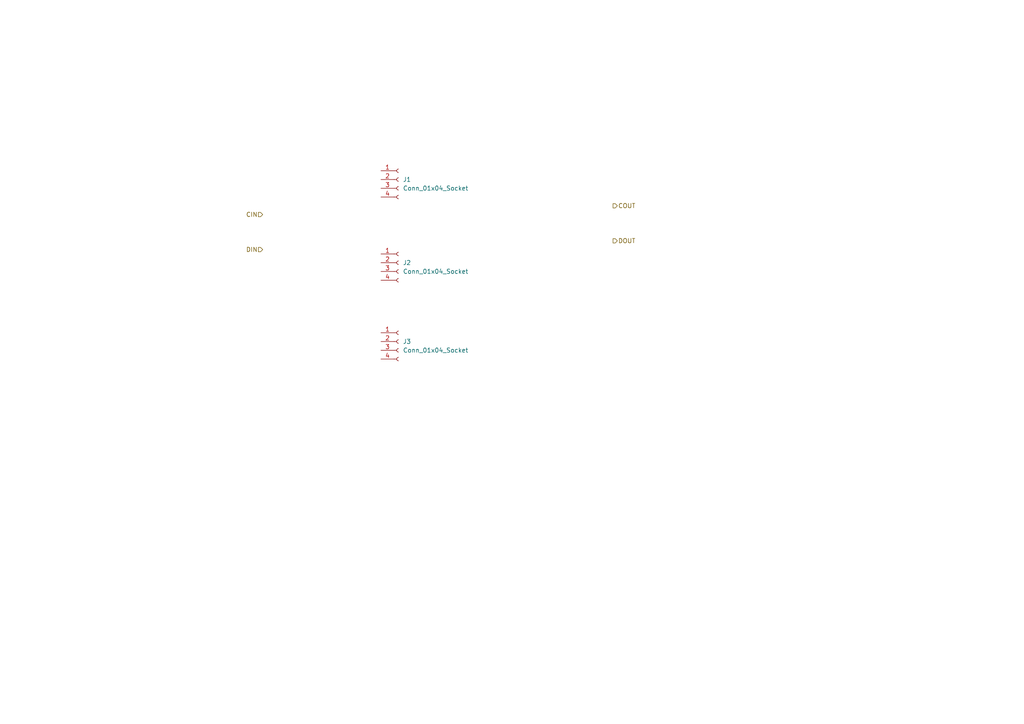
<source format=kicad_sch>
(kicad_sch
	(version 20250114)
	(generator "eeschema")
	(generator_version "9.0")
	(uuid "525d9088-4417-439c-9ffd-d315944abefb")
	(paper "A4")
	(lib_symbols
		(symbol "Connector:Conn_01x04_Socket"
			(pin_names
				(offset 1.016)
				(hide yes)
			)
			(exclude_from_sim no)
			(in_bom yes)
			(on_board yes)
			(property "Reference" "J"
				(at 0 5.08 0)
				(effects
					(font
						(size 1.27 1.27)
					)
				)
			)
			(property "Value" "Conn_01x04_Socket"
				(at 0 -7.62 0)
				(effects
					(font
						(size 1.27 1.27)
					)
				)
			)
			(property "Footprint" ""
				(at 0 0 0)
				(effects
					(font
						(size 1.27 1.27)
					)
					(hide yes)
				)
			)
			(property "Datasheet" "~"
				(at 0 0 0)
				(effects
					(font
						(size 1.27 1.27)
					)
					(hide yes)
				)
			)
			(property "Description" "Generic connector, single row, 01x04, script generated"
				(at 0 0 0)
				(effects
					(font
						(size 1.27 1.27)
					)
					(hide yes)
				)
			)
			(property "ki_locked" ""
				(at 0 0 0)
				(effects
					(font
						(size 1.27 1.27)
					)
				)
			)
			(property "ki_keywords" "connector"
				(at 0 0 0)
				(effects
					(font
						(size 1.27 1.27)
					)
					(hide yes)
				)
			)
			(property "ki_fp_filters" "Connector*:*_1x??_*"
				(at 0 0 0)
				(effects
					(font
						(size 1.27 1.27)
					)
					(hide yes)
				)
			)
			(symbol "Conn_01x04_Socket_1_1"
				(polyline
					(pts
						(xy -1.27 2.54) (xy -0.508 2.54)
					)
					(stroke
						(width 0.1524)
						(type default)
					)
					(fill
						(type none)
					)
				)
				(polyline
					(pts
						(xy -1.27 0) (xy -0.508 0)
					)
					(stroke
						(width 0.1524)
						(type default)
					)
					(fill
						(type none)
					)
				)
				(polyline
					(pts
						(xy -1.27 -2.54) (xy -0.508 -2.54)
					)
					(stroke
						(width 0.1524)
						(type default)
					)
					(fill
						(type none)
					)
				)
				(polyline
					(pts
						(xy -1.27 -5.08) (xy -0.508 -5.08)
					)
					(stroke
						(width 0.1524)
						(type default)
					)
					(fill
						(type none)
					)
				)
				(arc
					(start 0 2.032)
					(mid -0.5058 2.54)
					(end 0 3.048)
					(stroke
						(width 0.1524)
						(type default)
					)
					(fill
						(type none)
					)
				)
				(arc
					(start 0 -0.508)
					(mid -0.5058 0)
					(end 0 0.508)
					(stroke
						(width 0.1524)
						(type default)
					)
					(fill
						(type none)
					)
				)
				(arc
					(start 0 -3.048)
					(mid -0.5058 -2.54)
					(end 0 -2.032)
					(stroke
						(width 0.1524)
						(type default)
					)
					(fill
						(type none)
					)
				)
				(arc
					(start 0 -5.588)
					(mid -0.5058 -5.08)
					(end 0 -4.572)
					(stroke
						(width 0.1524)
						(type default)
					)
					(fill
						(type none)
					)
				)
				(pin passive line
					(at -5.08 2.54 0)
					(length 3.81)
					(name "Pin_1"
						(effects
							(font
								(size 1.27 1.27)
							)
						)
					)
					(number "1"
						(effects
							(font
								(size 1.27 1.27)
							)
						)
					)
				)
				(pin passive line
					(at -5.08 0 0)
					(length 3.81)
					(name "Pin_2"
						(effects
							(font
								(size 1.27 1.27)
							)
						)
					)
					(number "2"
						(effects
							(font
								(size 1.27 1.27)
							)
						)
					)
				)
				(pin passive line
					(at -5.08 -2.54 0)
					(length 3.81)
					(name "Pin_3"
						(effects
							(font
								(size 1.27 1.27)
							)
						)
					)
					(number "3"
						(effects
							(font
								(size 1.27 1.27)
							)
						)
					)
				)
				(pin passive line
					(at -5.08 -5.08 0)
					(length 3.81)
					(name "Pin_4"
						(effects
							(font
								(size 1.27 1.27)
							)
						)
					)
					(number "4"
						(effects
							(font
								(size 1.27 1.27)
							)
						)
					)
				)
			)
			(embedded_fonts no)
		)
	)
	(hierarchical_label "COUT"
		(shape output)
		(at 177.8 59.69 0)
		(effects
			(font
				(size 1.27 1.27)
			)
			(justify left)
		)
		(uuid "308e719a-c1b0-4cc4-ad80-1328b7860878")
	)
	(hierarchical_label "DOUT"
		(shape output)
		(at 177.8 69.85 0)
		(effects
			(font
				(size 1.27 1.27)
			)
			(justify left)
		)
		(uuid "47ea5fe0-117f-4a6e-b76f-2ddd94ecbf47")
	)
	(hierarchical_label "CIN"
		(shape input)
		(at 76.2 62.23 180)
		(effects
			(font
				(size 1.27 1.27)
			)
			(justify right)
		)
		(uuid "bd993320-a204-45a7-a9bc-5b27506efd15")
	)
	(hierarchical_label "DIN"
		(shape input)
		(at 76.2 72.39 180)
		(effects
			(font
				(size 1.27 1.27)
			)
			(justify right)
		)
		(uuid "f11e951d-7be9-4c91-92e2-106dfdec84c8")
	)
	(symbol
		(lib_id "Connector:Conn_01x04_Socket")
		(at 115.57 76.2 0)
		(unit 1)
		(exclude_from_sim no)
		(in_bom yes)
		(on_board yes)
		(dnp no)
		(fields_autoplaced yes)
		(uuid "6d34910e-ccff-446c-b49f-8f1fda442b40")
		(property "Reference" "J2"
			(at 116.84 76.1999 0)
			(effects
				(font
					(size 1.27 1.27)
				)
				(justify left)
			)
		)
		(property "Value" "Conn_01x04_Socket"
			(at 116.84 78.7399 0)
			(effects
				(font
					(size 1.27 1.27)
				)
				(justify left)
			)
		)
		(property "Footprint" ""
			(at 115.57 76.2 0)
			(effects
				(font
					(size 1.27 1.27)
				)
				(hide yes)
			)
		)
		(property "Datasheet" "~"
			(at 115.57 76.2 0)
			(effects
				(font
					(size 1.27 1.27)
				)
				(hide yes)
			)
		)
		(property "Description" "Generic connector, single row, 01x04, script generated"
			(at 115.57 76.2 0)
			(effects
				(font
					(size 1.27 1.27)
				)
				(hide yes)
			)
		)
		(pin "4"
			(uuid "5325e982-d539-4506-b95b-a37dcc25c11d")
		)
		(pin "1"
			(uuid "f9c8dab5-e635-4039-9bcd-3a79b998b11a")
		)
		(pin "2"
			(uuid "2b64d16a-888d-4e2a-aa8f-cbf4fadccda1")
		)
		(pin "3"
			(uuid "71c38545-22b4-4017-b4b6-e36888f34cea")
		)
		(instances
			(project "spinning"
				(path "/500a9f84-d59e-418d-bc4b-2142a90d742d/cfbbf487-0da7-4357-bd55-3c8e5524ea6e"
					(reference "J2")
					(unit 1)
				)
			)
		)
	)
	(symbol
		(lib_id "Connector:Conn_01x04_Socket")
		(at 115.57 99.06 0)
		(unit 1)
		(exclude_from_sim no)
		(in_bom yes)
		(on_board yes)
		(dnp no)
		(fields_autoplaced yes)
		(uuid "b1596158-2ac1-4bef-b65a-fe8ab15ddf27")
		(property "Reference" "J3"
			(at 116.84 99.0599 0)
			(effects
				(font
					(size 1.27 1.27)
				)
				(justify left)
			)
		)
		(property "Value" "Conn_01x04_Socket"
			(at 116.84 101.5999 0)
			(effects
				(font
					(size 1.27 1.27)
				)
				(justify left)
			)
		)
		(property "Footprint" ""
			(at 115.57 99.06 0)
			(effects
				(font
					(size 1.27 1.27)
				)
				(hide yes)
			)
		)
		(property "Datasheet" "~"
			(at 115.57 99.06 0)
			(effects
				(font
					(size 1.27 1.27)
				)
				(hide yes)
			)
		)
		(property "Description" "Generic connector, single row, 01x04, script generated"
			(at 115.57 99.06 0)
			(effects
				(font
					(size 1.27 1.27)
				)
				(hide yes)
			)
		)
		(pin "4"
			(uuid "641dbeec-1671-4118-a00d-9143f86a55b9")
		)
		(pin "1"
			(uuid "079590e3-76cf-49df-9263-c18b4d95fad7")
		)
		(pin "2"
			(uuid "600938f2-2abc-4f07-aefe-95a99e2dea98")
		)
		(pin "3"
			(uuid "29addc78-f8bf-454e-9c2e-cf7125e3394f")
		)
		(instances
			(project "spinning"
				(path "/500a9f84-d59e-418d-bc4b-2142a90d742d/cfbbf487-0da7-4357-bd55-3c8e5524ea6e"
					(reference "J3")
					(unit 1)
				)
			)
		)
	)
	(symbol
		(lib_id "Connector:Conn_01x04_Socket")
		(at 115.57 52.07 0)
		(unit 1)
		(exclude_from_sim no)
		(in_bom yes)
		(on_board yes)
		(dnp no)
		(fields_autoplaced yes)
		(uuid "c26cba96-bb00-44e2-81a2-1bc6121343ca")
		(property "Reference" "J1"
			(at 116.84 52.0699 0)
			(effects
				(font
					(size 1.27 1.27)
				)
				(justify left)
			)
		)
		(property "Value" "Conn_01x04_Socket"
			(at 116.84 54.6099 0)
			(effects
				(font
					(size 1.27 1.27)
				)
				(justify left)
			)
		)
		(property "Footprint" ""
			(at 115.57 52.07 0)
			(effects
				(font
					(size 1.27 1.27)
				)
				(hide yes)
			)
		)
		(property "Datasheet" "~"
			(at 115.57 52.07 0)
			(effects
				(font
					(size 1.27 1.27)
				)
				(hide yes)
			)
		)
		(property "Description" "Generic connector, single row, 01x04, script generated"
			(at 115.57 52.07 0)
			(effects
				(font
					(size 1.27 1.27)
				)
				(hide yes)
			)
		)
		(pin "4"
			(uuid "baa9a91c-f8c1-48fd-84d7-6d969576f4d3")
		)
		(pin "1"
			(uuid "50456fb1-cb97-4470-b74b-bc19db076af4")
		)
		(pin "2"
			(uuid "6af2e1cf-2d78-49bd-a19d-457e32d232ca")
		)
		(pin "3"
			(uuid "86347329-e73d-41b2-909d-93aa0bf3f3ff")
		)
		(instances
			(project "spinning"
				(path "/500a9f84-d59e-418d-bc4b-2142a90d742d/cfbbf487-0da7-4357-bd55-3c8e5524ea6e"
					(reference "J1")
					(unit 1)
				)
			)
		)
	)
)

</source>
